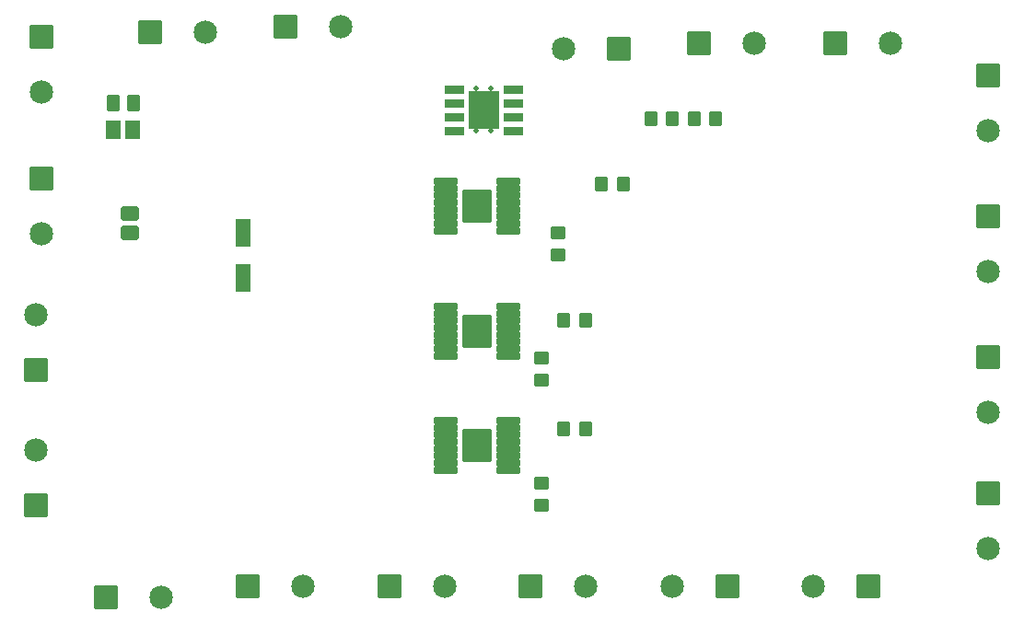
<source format=gbr>
%TF.GenerationSoftware,KiCad,Pcbnew,9.0.4*%
%TF.CreationDate,2025-09-17T01:56:31-03:00*%
%TF.ProjectId,DriversDiego,44726976-6572-4734-9469-65676f2e6b69,rev?*%
%TF.SameCoordinates,Original*%
%TF.FileFunction,Soldermask,Top*%
%TF.FilePolarity,Negative*%
%FSLAX46Y46*%
G04 Gerber Fmt 4.6, Leading zero omitted, Abs format (unit mm)*
G04 Created by KiCad (PCBNEW 9.0.4) date 2025-09-17 01:56:31*
%MOMM*%
%LPD*%
G01*
G04 APERTURE LIST*
G04 Aperture macros list*
%AMRoundRect*
0 Rectangle with rounded corners*
0 $1 Rounding radius*
0 $2 $3 $4 $5 $6 $7 $8 $9 X,Y pos of 4 corners*
0 Add a 4 corners polygon primitive as box body*
4,1,4,$2,$3,$4,$5,$6,$7,$8,$9,$2,$3,0*
0 Add four circle primitives for the rounded corners*
1,1,$1+$1,$2,$3*
1,1,$1+$1,$4,$5*
1,1,$1+$1,$6,$7*
1,1,$1+$1,$8,$9*
0 Add four rect primitives between the rounded corners*
20,1,$1+$1,$2,$3,$4,$5,0*
20,1,$1+$1,$4,$5,$6,$7,0*
20,1,$1+$1,$6,$7,$8,$9,0*
20,1,$1+$1,$8,$9,$2,$3,0*%
G04 Aperture macros list end*
%ADD10C,0.010000*%
%ADD11RoundRect,0.250000X-0.350000X-0.450000X0.350000X-0.450000X0.350000X0.450000X-0.350000X0.450000X0*%
%ADD12RoundRect,0.250000X-0.450000X0.350000X-0.450000X-0.350000X0.450000X-0.350000X0.450000X0.350000X0*%
%ADD13RoundRect,0.102000X-0.975000X0.975000X-0.975000X-0.975000X0.975000X-0.975000X0.975000X0.975000X0*%
%ADD14C,2.154000*%
%ADD15RoundRect,0.102000X-0.975000X-0.975000X0.975000X-0.975000X0.975000X0.975000X-0.975000X0.975000X0*%
%ADD16RoundRect,0.160500X-0.651500X0.481500X-0.651500X-0.481500X0.651500X-0.481500X0.651500X0.481500X0*%
%ADD17C,0.504000*%
%ADD18RoundRect,0.102000X0.975000X-0.975000X0.975000X0.975000X-0.975000X0.975000X-0.975000X-0.975000X0*%
%ADD19RoundRect,0.102000X-0.450000X-0.650000X0.450000X-0.650000X0.450000X0.650000X-0.450000X0.650000X0*%
%ADD20RoundRect,0.102000X0.977715X0.210383X-0.977715X0.210383X-0.977715X-0.210383X0.977715X-0.210383X0*%
%ADD21RoundRect,0.102000X1.230000X1.385000X-1.230000X1.385000X-1.230000X-1.385000X1.230000X-1.385000X0*%
%ADD22RoundRect,0.102000X0.975000X0.975000X-0.975000X0.975000X-0.975000X-0.975000X0.975000X-0.975000X0*%
%ADD23RoundRect,0.102000X-0.584200X1.206500X-0.584200X-1.206500X0.584200X-1.206500X0.584200X1.206500X0*%
%ADD24RoundRect,0.102000X-0.605000X-0.765000X0.605000X-0.765000X0.605000X0.765000X-0.605000X0.765000X0*%
G04 APERTURE END LIST*
D10*
%TO.C,U1*%
X148487152Y-113350000D02*
X145777152Y-113350000D01*
X145777152Y-109950000D01*
X148487152Y-109950000D01*
X148487152Y-113350000D01*
G36*
X148487152Y-113350000D02*
G01*
X145777152Y-113350000D01*
X145777152Y-109950000D01*
X148487152Y-109950000D01*
X148487152Y-113350000D01*
G37*
X145235152Y-109376000D02*
X145237152Y-109376000D01*
X145240152Y-109377000D01*
X145242152Y-109377000D01*
X145245152Y-109378000D01*
X145247152Y-109379000D01*
X145250152Y-109380000D01*
X145252152Y-109382000D01*
X145254152Y-109383000D01*
X145256152Y-109385000D01*
X145258152Y-109386000D01*
X145260152Y-109388000D01*
X145262152Y-109390000D01*
X145264152Y-109392000D01*
X145266152Y-109394000D01*
X145267152Y-109396000D01*
X145269152Y-109398000D01*
X145270152Y-109400000D01*
X145272152Y-109402000D01*
X145273152Y-109405000D01*
X145274152Y-109407000D01*
X145275152Y-109410000D01*
X145275152Y-109412000D01*
X145276152Y-109415000D01*
X145276152Y-109417000D01*
X145277152Y-109420000D01*
X145277152Y-109422000D01*
X145277152Y-109425000D01*
X145277152Y-110065000D01*
X145277152Y-110068000D01*
X145277152Y-110070000D01*
X145276152Y-110073000D01*
X145276152Y-110075000D01*
X145275152Y-110078000D01*
X145275152Y-110080000D01*
X145274152Y-110083000D01*
X145273152Y-110085000D01*
X145272152Y-110088000D01*
X145270152Y-110090000D01*
X145269152Y-110092000D01*
X145267152Y-110094000D01*
X145266152Y-110096000D01*
X145264152Y-110098000D01*
X145262152Y-110100000D01*
X145260152Y-110102000D01*
X145258152Y-110104000D01*
X145256152Y-110105000D01*
X145254152Y-110107000D01*
X145252152Y-110108000D01*
X145250152Y-110110000D01*
X145247152Y-110111000D01*
X145245152Y-110112000D01*
X145242152Y-110113000D01*
X145240152Y-110113000D01*
X145237152Y-110114000D01*
X145235152Y-110114000D01*
X145232152Y-110115000D01*
X145230152Y-110115000D01*
X145227152Y-110115000D01*
X143637152Y-110115000D01*
X143634152Y-110115000D01*
X143632152Y-110115000D01*
X143629152Y-110114000D01*
X143627152Y-110114000D01*
X143624152Y-110113000D01*
X143622152Y-110113000D01*
X143619152Y-110112000D01*
X143617152Y-110111000D01*
X143614152Y-110110000D01*
X143612152Y-110108000D01*
X143610152Y-110107000D01*
X143608152Y-110105000D01*
X143606152Y-110104000D01*
X143604152Y-110102000D01*
X143602152Y-110100000D01*
X143600152Y-110098000D01*
X143598152Y-110096000D01*
X143597152Y-110094000D01*
X143595152Y-110092000D01*
X143594152Y-110090000D01*
X143592152Y-110088000D01*
X143591152Y-110085000D01*
X143590152Y-110083000D01*
X143589152Y-110080000D01*
X143589152Y-110078000D01*
X143588152Y-110075000D01*
X143588152Y-110073000D01*
X143587152Y-110070000D01*
X143587152Y-110068000D01*
X143587152Y-110065000D01*
X143587152Y-109425000D01*
X143587152Y-109422000D01*
X143587152Y-109420000D01*
X143588152Y-109417000D01*
X143588152Y-109415000D01*
X143589152Y-109412000D01*
X143589152Y-109410000D01*
X143590152Y-109407000D01*
X143591152Y-109405000D01*
X143592152Y-109402000D01*
X143594152Y-109400000D01*
X143595152Y-109398000D01*
X143597152Y-109396000D01*
X143598152Y-109394000D01*
X143600152Y-109392000D01*
X143602152Y-109390000D01*
X143604152Y-109388000D01*
X143606152Y-109386000D01*
X143608152Y-109385000D01*
X143610152Y-109383000D01*
X143612152Y-109382000D01*
X143614152Y-109380000D01*
X143617152Y-109379000D01*
X143619152Y-109378000D01*
X143622152Y-109377000D01*
X143624152Y-109377000D01*
X143627152Y-109376000D01*
X143629152Y-109376000D01*
X143632152Y-109375000D01*
X143634152Y-109375000D01*
X143637152Y-109375000D01*
X145227152Y-109375000D01*
X145230152Y-109375000D01*
X145232152Y-109375000D01*
X145235152Y-109376000D01*
G36*
X145235152Y-109376000D02*
G01*
X145237152Y-109376000D01*
X145240152Y-109377000D01*
X145242152Y-109377000D01*
X145245152Y-109378000D01*
X145247152Y-109379000D01*
X145250152Y-109380000D01*
X145252152Y-109382000D01*
X145254152Y-109383000D01*
X145256152Y-109385000D01*
X145258152Y-109386000D01*
X145260152Y-109388000D01*
X145262152Y-109390000D01*
X145264152Y-109392000D01*
X145266152Y-109394000D01*
X145267152Y-109396000D01*
X145269152Y-109398000D01*
X145270152Y-109400000D01*
X145272152Y-109402000D01*
X145273152Y-109405000D01*
X145274152Y-109407000D01*
X145275152Y-109410000D01*
X145275152Y-109412000D01*
X145276152Y-109415000D01*
X145276152Y-109417000D01*
X145277152Y-109420000D01*
X145277152Y-109422000D01*
X145277152Y-109425000D01*
X145277152Y-110065000D01*
X145277152Y-110068000D01*
X145277152Y-110070000D01*
X145276152Y-110073000D01*
X145276152Y-110075000D01*
X145275152Y-110078000D01*
X145275152Y-110080000D01*
X145274152Y-110083000D01*
X145273152Y-110085000D01*
X145272152Y-110088000D01*
X145270152Y-110090000D01*
X145269152Y-110092000D01*
X145267152Y-110094000D01*
X145266152Y-110096000D01*
X145264152Y-110098000D01*
X145262152Y-110100000D01*
X145260152Y-110102000D01*
X145258152Y-110104000D01*
X145256152Y-110105000D01*
X145254152Y-110107000D01*
X145252152Y-110108000D01*
X145250152Y-110110000D01*
X145247152Y-110111000D01*
X145245152Y-110112000D01*
X145242152Y-110113000D01*
X145240152Y-110113000D01*
X145237152Y-110114000D01*
X145235152Y-110114000D01*
X145232152Y-110115000D01*
X145230152Y-110115000D01*
X145227152Y-110115000D01*
X143637152Y-110115000D01*
X143634152Y-110115000D01*
X143632152Y-110115000D01*
X143629152Y-110114000D01*
X143627152Y-110114000D01*
X143624152Y-110113000D01*
X143622152Y-110113000D01*
X143619152Y-110112000D01*
X143617152Y-110111000D01*
X143614152Y-110110000D01*
X143612152Y-110108000D01*
X143610152Y-110107000D01*
X143608152Y-110105000D01*
X143606152Y-110104000D01*
X143604152Y-110102000D01*
X143602152Y-110100000D01*
X143600152Y-110098000D01*
X143598152Y-110096000D01*
X143597152Y-110094000D01*
X143595152Y-110092000D01*
X143594152Y-110090000D01*
X143592152Y-110088000D01*
X143591152Y-110085000D01*
X143590152Y-110083000D01*
X143589152Y-110080000D01*
X143589152Y-110078000D01*
X143588152Y-110075000D01*
X143588152Y-110073000D01*
X143587152Y-110070000D01*
X143587152Y-110068000D01*
X143587152Y-110065000D01*
X143587152Y-109425000D01*
X143587152Y-109422000D01*
X143587152Y-109420000D01*
X143588152Y-109417000D01*
X143588152Y-109415000D01*
X143589152Y-109412000D01*
X143589152Y-109410000D01*
X143590152Y-109407000D01*
X143591152Y-109405000D01*
X143592152Y-109402000D01*
X143594152Y-109400000D01*
X143595152Y-109398000D01*
X143597152Y-109396000D01*
X143598152Y-109394000D01*
X143600152Y-109392000D01*
X143602152Y-109390000D01*
X143604152Y-109388000D01*
X143606152Y-109386000D01*
X143608152Y-109385000D01*
X143610152Y-109383000D01*
X143612152Y-109382000D01*
X143614152Y-109380000D01*
X143617152Y-109379000D01*
X143619152Y-109378000D01*
X143622152Y-109377000D01*
X143624152Y-109377000D01*
X143627152Y-109376000D01*
X143629152Y-109376000D01*
X143632152Y-109375000D01*
X143634152Y-109375000D01*
X143637152Y-109375000D01*
X145227152Y-109375000D01*
X145230152Y-109375000D01*
X145232152Y-109375000D01*
X145235152Y-109376000D01*
G37*
X145235152Y-110646000D02*
X145237152Y-110646000D01*
X145240152Y-110647000D01*
X145242152Y-110647000D01*
X145245152Y-110648000D01*
X145247152Y-110649000D01*
X145250152Y-110650000D01*
X145252152Y-110652000D01*
X145254152Y-110653000D01*
X145256152Y-110655000D01*
X145258152Y-110656000D01*
X145260152Y-110658000D01*
X145262152Y-110660000D01*
X145264152Y-110662000D01*
X145266152Y-110664000D01*
X145267152Y-110666000D01*
X145269152Y-110668000D01*
X145270152Y-110670000D01*
X145272152Y-110672000D01*
X145273152Y-110675000D01*
X145274152Y-110677000D01*
X145275152Y-110680000D01*
X145275152Y-110682000D01*
X145276152Y-110685000D01*
X145276152Y-110687000D01*
X145277152Y-110690000D01*
X145277152Y-110692000D01*
X145277152Y-110695000D01*
X145277152Y-111335000D01*
X145277152Y-111338000D01*
X145277152Y-111340000D01*
X145276152Y-111343000D01*
X145276152Y-111345000D01*
X145275152Y-111348000D01*
X145275152Y-111350000D01*
X145274152Y-111353000D01*
X145273152Y-111355000D01*
X145272152Y-111358000D01*
X145270152Y-111360000D01*
X145269152Y-111362000D01*
X145267152Y-111364000D01*
X145266152Y-111366000D01*
X145264152Y-111368000D01*
X145262152Y-111370000D01*
X145260152Y-111372000D01*
X145258152Y-111374000D01*
X145256152Y-111375000D01*
X145254152Y-111377000D01*
X145252152Y-111378000D01*
X145250152Y-111380000D01*
X145247152Y-111381000D01*
X145245152Y-111382000D01*
X145242152Y-111383000D01*
X145240152Y-111383000D01*
X145237152Y-111384000D01*
X145235152Y-111384000D01*
X145232152Y-111385000D01*
X145230152Y-111385000D01*
X145227152Y-111385000D01*
X143637152Y-111385000D01*
X143634152Y-111385000D01*
X143632152Y-111385000D01*
X143629152Y-111384000D01*
X143627152Y-111384000D01*
X143624152Y-111383000D01*
X143622152Y-111383000D01*
X143619152Y-111382000D01*
X143617152Y-111381000D01*
X143614152Y-111380000D01*
X143612152Y-111378000D01*
X143610152Y-111377000D01*
X143608152Y-111375000D01*
X143606152Y-111374000D01*
X143604152Y-111372000D01*
X143602152Y-111370000D01*
X143600152Y-111368000D01*
X143598152Y-111366000D01*
X143597152Y-111364000D01*
X143595152Y-111362000D01*
X143594152Y-111360000D01*
X143592152Y-111358000D01*
X143591152Y-111355000D01*
X143590152Y-111353000D01*
X143589152Y-111350000D01*
X143589152Y-111348000D01*
X143588152Y-111345000D01*
X143588152Y-111343000D01*
X143587152Y-111340000D01*
X143587152Y-111338000D01*
X143587152Y-111335000D01*
X143587152Y-110695000D01*
X143587152Y-110692000D01*
X143587152Y-110690000D01*
X143588152Y-110687000D01*
X143588152Y-110685000D01*
X143589152Y-110682000D01*
X143589152Y-110680000D01*
X143590152Y-110677000D01*
X143591152Y-110675000D01*
X143592152Y-110672000D01*
X143594152Y-110670000D01*
X143595152Y-110668000D01*
X143597152Y-110666000D01*
X143598152Y-110664000D01*
X143600152Y-110662000D01*
X143602152Y-110660000D01*
X143604152Y-110658000D01*
X143606152Y-110656000D01*
X143608152Y-110655000D01*
X143610152Y-110653000D01*
X143612152Y-110652000D01*
X143614152Y-110650000D01*
X143617152Y-110649000D01*
X143619152Y-110648000D01*
X143622152Y-110647000D01*
X143624152Y-110647000D01*
X143627152Y-110646000D01*
X143629152Y-110646000D01*
X143632152Y-110645000D01*
X143634152Y-110645000D01*
X143637152Y-110645000D01*
X145227152Y-110645000D01*
X145230152Y-110645000D01*
X145232152Y-110645000D01*
X145235152Y-110646000D01*
G36*
X145235152Y-110646000D02*
G01*
X145237152Y-110646000D01*
X145240152Y-110647000D01*
X145242152Y-110647000D01*
X145245152Y-110648000D01*
X145247152Y-110649000D01*
X145250152Y-110650000D01*
X145252152Y-110652000D01*
X145254152Y-110653000D01*
X145256152Y-110655000D01*
X145258152Y-110656000D01*
X145260152Y-110658000D01*
X145262152Y-110660000D01*
X145264152Y-110662000D01*
X145266152Y-110664000D01*
X145267152Y-110666000D01*
X145269152Y-110668000D01*
X145270152Y-110670000D01*
X145272152Y-110672000D01*
X145273152Y-110675000D01*
X145274152Y-110677000D01*
X145275152Y-110680000D01*
X145275152Y-110682000D01*
X145276152Y-110685000D01*
X145276152Y-110687000D01*
X145277152Y-110690000D01*
X145277152Y-110692000D01*
X145277152Y-110695000D01*
X145277152Y-111335000D01*
X145277152Y-111338000D01*
X145277152Y-111340000D01*
X145276152Y-111343000D01*
X145276152Y-111345000D01*
X145275152Y-111348000D01*
X145275152Y-111350000D01*
X145274152Y-111353000D01*
X145273152Y-111355000D01*
X145272152Y-111358000D01*
X145270152Y-111360000D01*
X145269152Y-111362000D01*
X145267152Y-111364000D01*
X145266152Y-111366000D01*
X145264152Y-111368000D01*
X145262152Y-111370000D01*
X145260152Y-111372000D01*
X145258152Y-111374000D01*
X145256152Y-111375000D01*
X145254152Y-111377000D01*
X145252152Y-111378000D01*
X145250152Y-111380000D01*
X145247152Y-111381000D01*
X145245152Y-111382000D01*
X145242152Y-111383000D01*
X145240152Y-111383000D01*
X145237152Y-111384000D01*
X145235152Y-111384000D01*
X145232152Y-111385000D01*
X145230152Y-111385000D01*
X145227152Y-111385000D01*
X143637152Y-111385000D01*
X143634152Y-111385000D01*
X143632152Y-111385000D01*
X143629152Y-111384000D01*
X143627152Y-111384000D01*
X143624152Y-111383000D01*
X143622152Y-111383000D01*
X143619152Y-111382000D01*
X143617152Y-111381000D01*
X143614152Y-111380000D01*
X143612152Y-111378000D01*
X143610152Y-111377000D01*
X143608152Y-111375000D01*
X143606152Y-111374000D01*
X143604152Y-111372000D01*
X143602152Y-111370000D01*
X143600152Y-111368000D01*
X143598152Y-111366000D01*
X143597152Y-111364000D01*
X143595152Y-111362000D01*
X143594152Y-111360000D01*
X143592152Y-111358000D01*
X143591152Y-111355000D01*
X143590152Y-111353000D01*
X143589152Y-111350000D01*
X143589152Y-111348000D01*
X143588152Y-111345000D01*
X143588152Y-111343000D01*
X143587152Y-111340000D01*
X143587152Y-111338000D01*
X143587152Y-111335000D01*
X143587152Y-110695000D01*
X143587152Y-110692000D01*
X143587152Y-110690000D01*
X143588152Y-110687000D01*
X143588152Y-110685000D01*
X143589152Y-110682000D01*
X143589152Y-110680000D01*
X143590152Y-110677000D01*
X143591152Y-110675000D01*
X143592152Y-110672000D01*
X143594152Y-110670000D01*
X143595152Y-110668000D01*
X143597152Y-110666000D01*
X143598152Y-110664000D01*
X143600152Y-110662000D01*
X143602152Y-110660000D01*
X143604152Y-110658000D01*
X143606152Y-110656000D01*
X143608152Y-110655000D01*
X143610152Y-110653000D01*
X143612152Y-110652000D01*
X143614152Y-110650000D01*
X143617152Y-110649000D01*
X143619152Y-110648000D01*
X143622152Y-110647000D01*
X143624152Y-110647000D01*
X143627152Y-110646000D01*
X143629152Y-110646000D01*
X143632152Y-110645000D01*
X143634152Y-110645000D01*
X143637152Y-110645000D01*
X145227152Y-110645000D01*
X145230152Y-110645000D01*
X145232152Y-110645000D01*
X145235152Y-110646000D01*
G37*
X145235152Y-111916000D02*
X145237152Y-111916000D01*
X145240152Y-111917000D01*
X145242152Y-111917000D01*
X145245152Y-111918000D01*
X145247152Y-111919000D01*
X145250152Y-111920000D01*
X145252152Y-111922000D01*
X145254152Y-111923000D01*
X145256152Y-111925000D01*
X145258152Y-111926000D01*
X145260152Y-111928000D01*
X145262152Y-111930000D01*
X145264152Y-111932000D01*
X145266152Y-111934000D01*
X145267152Y-111936000D01*
X145269152Y-111938000D01*
X145270152Y-111940000D01*
X145272152Y-111942000D01*
X145273152Y-111945000D01*
X145274152Y-111947000D01*
X145275152Y-111950000D01*
X145275152Y-111952000D01*
X145276152Y-111955000D01*
X145276152Y-111957000D01*
X145277152Y-111960000D01*
X145277152Y-111962000D01*
X145277152Y-111965000D01*
X145277152Y-112605000D01*
X145277152Y-112608000D01*
X145277152Y-112610000D01*
X145276152Y-112613000D01*
X145276152Y-112615000D01*
X145275152Y-112618000D01*
X145275152Y-112620000D01*
X145274152Y-112623000D01*
X145273152Y-112625000D01*
X145272152Y-112628000D01*
X145270152Y-112630000D01*
X145269152Y-112632000D01*
X145267152Y-112634000D01*
X145266152Y-112636000D01*
X145264152Y-112638000D01*
X145262152Y-112640000D01*
X145260152Y-112642000D01*
X145258152Y-112644000D01*
X145256152Y-112645000D01*
X145254152Y-112647000D01*
X145252152Y-112648000D01*
X145250152Y-112650000D01*
X145247152Y-112651000D01*
X145245152Y-112652000D01*
X145242152Y-112653000D01*
X145240152Y-112653000D01*
X145237152Y-112654000D01*
X145235152Y-112654000D01*
X145232152Y-112655000D01*
X145230152Y-112655000D01*
X145227152Y-112655000D01*
X143637152Y-112655000D01*
X143634152Y-112655000D01*
X143632152Y-112655000D01*
X143629152Y-112654000D01*
X143627152Y-112654000D01*
X143624152Y-112653000D01*
X143622152Y-112653000D01*
X143619152Y-112652000D01*
X143617152Y-112651000D01*
X143614152Y-112650000D01*
X143612152Y-112648000D01*
X143610152Y-112647000D01*
X143608152Y-112645000D01*
X143606152Y-112644000D01*
X143604152Y-112642000D01*
X143602152Y-112640000D01*
X143600152Y-112638000D01*
X143598152Y-112636000D01*
X143597152Y-112634000D01*
X143595152Y-112632000D01*
X143594152Y-112630000D01*
X143592152Y-112628000D01*
X143591152Y-112625000D01*
X143590152Y-112623000D01*
X143589152Y-112620000D01*
X143589152Y-112618000D01*
X143588152Y-112615000D01*
X143588152Y-112613000D01*
X143587152Y-112610000D01*
X143587152Y-112608000D01*
X143587152Y-112605000D01*
X143587152Y-111965000D01*
X143587152Y-111962000D01*
X143587152Y-111960000D01*
X143588152Y-111957000D01*
X143588152Y-111955000D01*
X143589152Y-111952000D01*
X143589152Y-111950000D01*
X143590152Y-111947000D01*
X143591152Y-111945000D01*
X143592152Y-111942000D01*
X143594152Y-111940000D01*
X143595152Y-111938000D01*
X143597152Y-111936000D01*
X143598152Y-111934000D01*
X143600152Y-111932000D01*
X143602152Y-111930000D01*
X143604152Y-111928000D01*
X143606152Y-111926000D01*
X143608152Y-111925000D01*
X143610152Y-111923000D01*
X143612152Y-111922000D01*
X143614152Y-111920000D01*
X143617152Y-111919000D01*
X143619152Y-111918000D01*
X143622152Y-111917000D01*
X143624152Y-111917000D01*
X143627152Y-111916000D01*
X143629152Y-111916000D01*
X143632152Y-111915000D01*
X143634152Y-111915000D01*
X143637152Y-111915000D01*
X145227152Y-111915000D01*
X145230152Y-111915000D01*
X145232152Y-111915000D01*
X145235152Y-111916000D01*
G36*
X145235152Y-111916000D02*
G01*
X145237152Y-111916000D01*
X145240152Y-111917000D01*
X145242152Y-111917000D01*
X145245152Y-111918000D01*
X145247152Y-111919000D01*
X145250152Y-111920000D01*
X145252152Y-111922000D01*
X145254152Y-111923000D01*
X145256152Y-111925000D01*
X145258152Y-111926000D01*
X145260152Y-111928000D01*
X145262152Y-111930000D01*
X145264152Y-111932000D01*
X145266152Y-111934000D01*
X145267152Y-111936000D01*
X145269152Y-111938000D01*
X145270152Y-111940000D01*
X145272152Y-111942000D01*
X145273152Y-111945000D01*
X145274152Y-111947000D01*
X145275152Y-111950000D01*
X145275152Y-111952000D01*
X145276152Y-111955000D01*
X145276152Y-111957000D01*
X145277152Y-111960000D01*
X145277152Y-111962000D01*
X145277152Y-111965000D01*
X145277152Y-112605000D01*
X145277152Y-112608000D01*
X145277152Y-112610000D01*
X145276152Y-112613000D01*
X145276152Y-112615000D01*
X145275152Y-112618000D01*
X145275152Y-112620000D01*
X145274152Y-112623000D01*
X145273152Y-112625000D01*
X145272152Y-112628000D01*
X145270152Y-112630000D01*
X145269152Y-112632000D01*
X145267152Y-112634000D01*
X145266152Y-112636000D01*
X145264152Y-112638000D01*
X145262152Y-112640000D01*
X145260152Y-112642000D01*
X145258152Y-112644000D01*
X145256152Y-112645000D01*
X145254152Y-112647000D01*
X145252152Y-112648000D01*
X145250152Y-112650000D01*
X145247152Y-112651000D01*
X145245152Y-112652000D01*
X145242152Y-112653000D01*
X145240152Y-112653000D01*
X145237152Y-112654000D01*
X145235152Y-112654000D01*
X145232152Y-112655000D01*
X145230152Y-112655000D01*
X145227152Y-112655000D01*
X143637152Y-112655000D01*
X143634152Y-112655000D01*
X143632152Y-112655000D01*
X143629152Y-112654000D01*
X143627152Y-112654000D01*
X143624152Y-112653000D01*
X143622152Y-112653000D01*
X143619152Y-112652000D01*
X143617152Y-112651000D01*
X143614152Y-112650000D01*
X143612152Y-112648000D01*
X143610152Y-112647000D01*
X143608152Y-112645000D01*
X143606152Y-112644000D01*
X143604152Y-112642000D01*
X143602152Y-112640000D01*
X143600152Y-112638000D01*
X143598152Y-112636000D01*
X143597152Y-112634000D01*
X143595152Y-112632000D01*
X143594152Y-112630000D01*
X143592152Y-112628000D01*
X143591152Y-112625000D01*
X143590152Y-112623000D01*
X143589152Y-112620000D01*
X143589152Y-112618000D01*
X143588152Y-112615000D01*
X143588152Y-112613000D01*
X143587152Y-112610000D01*
X143587152Y-112608000D01*
X143587152Y-112605000D01*
X143587152Y-111965000D01*
X143587152Y-111962000D01*
X143587152Y-111960000D01*
X143588152Y-111957000D01*
X143588152Y-111955000D01*
X143589152Y-111952000D01*
X143589152Y-111950000D01*
X143590152Y-111947000D01*
X143591152Y-111945000D01*
X143592152Y-111942000D01*
X143594152Y-111940000D01*
X143595152Y-111938000D01*
X143597152Y-111936000D01*
X143598152Y-111934000D01*
X143600152Y-111932000D01*
X143602152Y-111930000D01*
X143604152Y-111928000D01*
X143606152Y-111926000D01*
X143608152Y-111925000D01*
X143610152Y-111923000D01*
X143612152Y-111922000D01*
X143614152Y-111920000D01*
X143617152Y-111919000D01*
X143619152Y-111918000D01*
X143622152Y-111917000D01*
X143624152Y-111917000D01*
X143627152Y-111916000D01*
X143629152Y-111916000D01*
X143632152Y-111915000D01*
X143634152Y-111915000D01*
X143637152Y-111915000D01*
X145227152Y-111915000D01*
X145230152Y-111915000D01*
X145232152Y-111915000D01*
X145235152Y-111916000D01*
G37*
X145235152Y-113186000D02*
X145237152Y-113186000D01*
X145240152Y-113187000D01*
X145242152Y-113187000D01*
X145245152Y-113188000D01*
X145247152Y-113189000D01*
X145250152Y-113190000D01*
X145252152Y-113192000D01*
X145254152Y-113193000D01*
X145256152Y-113195000D01*
X145258152Y-113196000D01*
X145260152Y-113198000D01*
X145262152Y-113200000D01*
X145264152Y-113202000D01*
X145266152Y-113204000D01*
X145267152Y-113206000D01*
X145269152Y-113208000D01*
X145270152Y-113210000D01*
X145272152Y-113212000D01*
X145273152Y-113215000D01*
X145274152Y-113217000D01*
X145275152Y-113220000D01*
X145275152Y-113222000D01*
X145276152Y-113225000D01*
X145276152Y-113227000D01*
X145277152Y-113230000D01*
X145277152Y-113232000D01*
X145277152Y-113235000D01*
X145277152Y-113875000D01*
X145277152Y-113878000D01*
X145277152Y-113880000D01*
X145276152Y-113883000D01*
X145276152Y-113885000D01*
X145275152Y-113888000D01*
X145275152Y-113890000D01*
X145274152Y-113893000D01*
X145273152Y-113895000D01*
X145272152Y-113898000D01*
X145270152Y-113900000D01*
X145269152Y-113902000D01*
X145267152Y-113904000D01*
X145266152Y-113906000D01*
X145264152Y-113908000D01*
X145262152Y-113910000D01*
X145260152Y-113912000D01*
X145258152Y-113914000D01*
X145256152Y-113915000D01*
X145254152Y-113917000D01*
X145252152Y-113918000D01*
X145250152Y-113920000D01*
X145247152Y-113921000D01*
X145245152Y-113922000D01*
X145242152Y-113923000D01*
X145240152Y-113923000D01*
X145237152Y-113924000D01*
X145235152Y-113924000D01*
X145232152Y-113925000D01*
X145230152Y-113925000D01*
X145227152Y-113925000D01*
X143637152Y-113925000D01*
X143634152Y-113925000D01*
X143632152Y-113925000D01*
X143629152Y-113924000D01*
X143627152Y-113924000D01*
X143624152Y-113923000D01*
X143622152Y-113923000D01*
X143619152Y-113922000D01*
X143617152Y-113921000D01*
X143614152Y-113920000D01*
X143612152Y-113918000D01*
X143610152Y-113917000D01*
X143608152Y-113915000D01*
X143606152Y-113914000D01*
X143604152Y-113912000D01*
X143602152Y-113910000D01*
X143600152Y-113908000D01*
X143598152Y-113906000D01*
X143597152Y-113904000D01*
X143595152Y-113902000D01*
X143594152Y-113900000D01*
X143592152Y-113898000D01*
X143591152Y-113895000D01*
X143590152Y-113893000D01*
X143589152Y-113890000D01*
X143589152Y-113888000D01*
X143588152Y-113885000D01*
X143588152Y-113883000D01*
X143587152Y-113880000D01*
X143587152Y-113878000D01*
X143587152Y-113875000D01*
X143587152Y-113235000D01*
X143587152Y-113232000D01*
X143587152Y-113230000D01*
X143588152Y-113227000D01*
X143588152Y-113225000D01*
X143589152Y-113222000D01*
X143589152Y-113220000D01*
X143590152Y-113217000D01*
X143591152Y-113215000D01*
X143592152Y-113212000D01*
X143594152Y-113210000D01*
X143595152Y-113208000D01*
X143597152Y-113206000D01*
X143598152Y-113204000D01*
X143600152Y-113202000D01*
X143602152Y-113200000D01*
X143604152Y-113198000D01*
X143606152Y-113196000D01*
X143608152Y-113195000D01*
X143610152Y-113193000D01*
X143612152Y-113192000D01*
X143614152Y-113190000D01*
X143617152Y-113189000D01*
X143619152Y-113188000D01*
X143622152Y-113187000D01*
X143624152Y-113187000D01*
X143627152Y-113186000D01*
X143629152Y-113186000D01*
X143632152Y-113185000D01*
X143634152Y-113185000D01*
X143637152Y-113185000D01*
X145227152Y-113185000D01*
X145230152Y-113185000D01*
X145232152Y-113185000D01*
X145235152Y-113186000D01*
G36*
X145235152Y-113186000D02*
G01*
X145237152Y-113186000D01*
X145240152Y-113187000D01*
X145242152Y-113187000D01*
X145245152Y-113188000D01*
X145247152Y-113189000D01*
X145250152Y-113190000D01*
X145252152Y-113192000D01*
X145254152Y-113193000D01*
X145256152Y-113195000D01*
X145258152Y-113196000D01*
X145260152Y-113198000D01*
X145262152Y-113200000D01*
X145264152Y-113202000D01*
X145266152Y-113204000D01*
X145267152Y-113206000D01*
X145269152Y-113208000D01*
X145270152Y-113210000D01*
X145272152Y-113212000D01*
X145273152Y-113215000D01*
X145274152Y-113217000D01*
X145275152Y-113220000D01*
X145275152Y-113222000D01*
X145276152Y-113225000D01*
X145276152Y-113227000D01*
X145277152Y-113230000D01*
X145277152Y-113232000D01*
X145277152Y-113235000D01*
X145277152Y-113875000D01*
X145277152Y-113878000D01*
X145277152Y-113880000D01*
X145276152Y-113883000D01*
X145276152Y-113885000D01*
X145275152Y-113888000D01*
X145275152Y-113890000D01*
X145274152Y-113893000D01*
X145273152Y-113895000D01*
X145272152Y-113898000D01*
X145270152Y-113900000D01*
X145269152Y-113902000D01*
X145267152Y-113904000D01*
X145266152Y-113906000D01*
X145264152Y-113908000D01*
X145262152Y-113910000D01*
X145260152Y-113912000D01*
X145258152Y-113914000D01*
X145256152Y-113915000D01*
X145254152Y-113917000D01*
X145252152Y-113918000D01*
X145250152Y-113920000D01*
X145247152Y-113921000D01*
X145245152Y-113922000D01*
X145242152Y-113923000D01*
X145240152Y-113923000D01*
X145237152Y-113924000D01*
X145235152Y-113924000D01*
X145232152Y-113925000D01*
X145230152Y-113925000D01*
X145227152Y-113925000D01*
X143637152Y-113925000D01*
X143634152Y-113925000D01*
X143632152Y-113925000D01*
X143629152Y-113924000D01*
X143627152Y-113924000D01*
X143624152Y-113923000D01*
X143622152Y-113923000D01*
X143619152Y-113922000D01*
X143617152Y-113921000D01*
X143614152Y-113920000D01*
X143612152Y-113918000D01*
X143610152Y-113917000D01*
X143608152Y-113915000D01*
X143606152Y-113914000D01*
X143604152Y-113912000D01*
X143602152Y-113910000D01*
X143600152Y-113908000D01*
X143598152Y-113906000D01*
X143597152Y-113904000D01*
X143595152Y-113902000D01*
X143594152Y-113900000D01*
X143592152Y-113898000D01*
X143591152Y-113895000D01*
X143590152Y-113893000D01*
X143589152Y-113890000D01*
X143589152Y-113888000D01*
X143588152Y-113885000D01*
X143588152Y-113883000D01*
X143587152Y-113880000D01*
X143587152Y-113878000D01*
X143587152Y-113875000D01*
X143587152Y-113235000D01*
X143587152Y-113232000D01*
X143587152Y-113230000D01*
X143588152Y-113227000D01*
X143588152Y-113225000D01*
X143589152Y-113222000D01*
X143589152Y-113220000D01*
X143590152Y-113217000D01*
X143591152Y-113215000D01*
X143592152Y-113212000D01*
X143594152Y-113210000D01*
X143595152Y-113208000D01*
X143597152Y-113206000D01*
X143598152Y-113204000D01*
X143600152Y-113202000D01*
X143602152Y-113200000D01*
X143604152Y-113198000D01*
X143606152Y-113196000D01*
X143608152Y-113195000D01*
X143610152Y-113193000D01*
X143612152Y-113192000D01*
X143614152Y-113190000D01*
X143617152Y-113189000D01*
X143619152Y-113188000D01*
X143622152Y-113187000D01*
X143624152Y-113187000D01*
X143627152Y-113186000D01*
X143629152Y-113186000D01*
X143632152Y-113185000D01*
X143634152Y-113185000D01*
X143637152Y-113185000D01*
X145227152Y-113185000D01*
X145230152Y-113185000D01*
X145232152Y-113185000D01*
X145235152Y-113186000D01*
G37*
X150635152Y-109376000D02*
X150637152Y-109376000D01*
X150640152Y-109377000D01*
X150642152Y-109377000D01*
X150645152Y-109378000D01*
X150647152Y-109379000D01*
X150650152Y-109380000D01*
X150652152Y-109382000D01*
X150654152Y-109383000D01*
X150656152Y-109385000D01*
X150658152Y-109386000D01*
X150660152Y-109388000D01*
X150662152Y-109390000D01*
X150664152Y-109392000D01*
X150666152Y-109394000D01*
X150667152Y-109396000D01*
X150669152Y-109398000D01*
X150670152Y-109400000D01*
X150672152Y-109402000D01*
X150673152Y-109405000D01*
X150674152Y-109407000D01*
X150675152Y-109410000D01*
X150675152Y-109412000D01*
X150676152Y-109415000D01*
X150676152Y-109417000D01*
X150677152Y-109420000D01*
X150677152Y-109422000D01*
X150677152Y-109425000D01*
X150677152Y-110065000D01*
X150677152Y-110068000D01*
X150677152Y-110070000D01*
X150676152Y-110073000D01*
X150676152Y-110075000D01*
X150675152Y-110078000D01*
X150675152Y-110080000D01*
X150674152Y-110083000D01*
X150673152Y-110085000D01*
X150672152Y-110088000D01*
X150670152Y-110090000D01*
X150669152Y-110092000D01*
X150667152Y-110094000D01*
X150666152Y-110096000D01*
X150664152Y-110098000D01*
X150662152Y-110100000D01*
X150660152Y-110102000D01*
X150658152Y-110104000D01*
X150656152Y-110105000D01*
X150654152Y-110107000D01*
X150652152Y-110108000D01*
X150650152Y-110110000D01*
X150647152Y-110111000D01*
X150645152Y-110112000D01*
X150642152Y-110113000D01*
X150640152Y-110113000D01*
X150637152Y-110114000D01*
X150635152Y-110114000D01*
X150632152Y-110115000D01*
X150630152Y-110115000D01*
X150627152Y-110115000D01*
X149037152Y-110115000D01*
X149034152Y-110115000D01*
X149032152Y-110115000D01*
X149029152Y-110114000D01*
X149027152Y-110114000D01*
X149024152Y-110113000D01*
X149022152Y-110113000D01*
X149019152Y-110112000D01*
X149017152Y-110111000D01*
X149014152Y-110110000D01*
X149012152Y-110108000D01*
X149010152Y-110107000D01*
X149008152Y-110105000D01*
X149006152Y-110104000D01*
X149004152Y-110102000D01*
X149002152Y-110100000D01*
X149000152Y-110098000D01*
X148998152Y-110096000D01*
X148997152Y-110094000D01*
X148995152Y-110092000D01*
X148994152Y-110090000D01*
X148992152Y-110088000D01*
X148991152Y-110085000D01*
X148990152Y-110083000D01*
X148989152Y-110080000D01*
X148989152Y-110078000D01*
X148988152Y-110075000D01*
X148988152Y-110073000D01*
X148987152Y-110070000D01*
X148987152Y-110068000D01*
X148987152Y-110065000D01*
X148987152Y-109425000D01*
X148987152Y-109422000D01*
X148987152Y-109420000D01*
X148988152Y-109417000D01*
X148988152Y-109415000D01*
X148989152Y-109412000D01*
X148989152Y-109410000D01*
X148990152Y-109407000D01*
X148991152Y-109405000D01*
X148992152Y-109402000D01*
X148994152Y-109400000D01*
X148995152Y-109398000D01*
X148997152Y-109396000D01*
X148998152Y-109394000D01*
X149000152Y-109392000D01*
X149002152Y-109390000D01*
X149004152Y-109388000D01*
X149006152Y-109386000D01*
X149008152Y-109385000D01*
X149010152Y-109383000D01*
X149012152Y-109382000D01*
X149014152Y-109380000D01*
X149017152Y-109379000D01*
X149019152Y-109378000D01*
X149022152Y-109377000D01*
X149024152Y-109377000D01*
X149027152Y-109376000D01*
X149029152Y-109376000D01*
X149032152Y-109375000D01*
X149034152Y-109375000D01*
X149037152Y-109375000D01*
X150627152Y-109375000D01*
X150630152Y-109375000D01*
X150632152Y-109375000D01*
X150635152Y-109376000D01*
G36*
X150635152Y-109376000D02*
G01*
X150637152Y-109376000D01*
X150640152Y-109377000D01*
X150642152Y-109377000D01*
X150645152Y-109378000D01*
X150647152Y-109379000D01*
X150650152Y-109380000D01*
X150652152Y-109382000D01*
X150654152Y-109383000D01*
X150656152Y-109385000D01*
X150658152Y-109386000D01*
X150660152Y-109388000D01*
X150662152Y-109390000D01*
X150664152Y-109392000D01*
X150666152Y-109394000D01*
X150667152Y-109396000D01*
X150669152Y-109398000D01*
X150670152Y-109400000D01*
X150672152Y-109402000D01*
X150673152Y-109405000D01*
X150674152Y-109407000D01*
X150675152Y-109410000D01*
X150675152Y-109412000D01*
X150676152Y-109415000D01*
X150676152Y-109417000D01*
X150677152Y-109420000D01*
X150677152Y-109422000D01*
X150677152Y-109425000D01*
X150677152Y-110065000D01*
X150677152Y-110068000D01*
X150677152Y-110070000D01*
X150676152Y-110073000D01*
X150676152Y-110075000D01*
X150675152Y-110078000D01*
X150675152Y-110080000D01*
X150674152Y-110083000D01*
X150673152Y-110085000D01*
X150672152Y-110088000D01*
X150670152Y-110090000D01*
X150669152Y-110092000D01*
X150667152Y-110094000D01*
X150666152Y-110096000D01*
X150664152Y-110098000D01*
X150662152Y-110100000D01*
X150660152Y-110102000D01*
X150658152Y-110104000D01*
X150656152Y-110105000D01*
X150654152Y-110107000D01*
X150652152Y-110108000D01*
X150650152Y-110110000D01*
X150647152Y-110111000D01*
X150645152Y-110112000D01*
X150642152Y-110113000D01*
X150640152Y-110113000D01*
X150637152Y-110114000D01*
X150635152Y-110114000D01*
X150632152Y-110115000D01*
X150630152Y-110115000D01*
X150627152Y-110115000D01*
X149037152Y-110115000D01*
X149034152Y-110115000D01*
X149032152Y-110115000D01*
X149029152Y-110114000D01*
X149027152Y-110114000D01*
X149024152Y-110113000D01*
X149022152Y-110113000D01*
X149019152Y-110112000D01*
X149017152Y-110111000D01*
X149014152Y-110110000D01*
X149012152Y-110108000D01*
X149010152Y-110107000D01*
X149008152Y-110105000D01*
X149006152Y-110104000D01*
X149004152Y-110102000D01*
X149002152Y-110100000D01*
X149000152Y-110098000D01*
X148998152Y-110096000D01*
X148997152Y-110094000D01*
X148995152Y-110092000D01*
X148994152Y-110090000D01*
X148992152Y-110088000D01*
X148991152Y-110085000D01*
X148990152Y-110083000D01*
X148989152Y-110080000D01*
X148989152Y-110078000D01*
X148988152Y-110075000D01*
X148988152Y-110073000D01*
X148987152Y-110070000D01*
X148987152Y-110068000D01*
X148987152Y-110065000D01*
X148987152Y-109425000D01*
X148987152Y-109422000D01*
X148987152Y-109420000D01*
X148988152Y-109417000D01*
X148988152Y-109415000D01*
X148989152Y-109412000D01*
X148989152Y-109410000D01*
X148990152Y-109407000D01*
X148991152Y-109405000D01*
X148992152Y-109402000D01*
X148994152Y-109400000D01*
X148995152Y-109398000D01*
X148997152Y-109396000D01*
X148998152Y-109394000D01*
X149000152Y-109392000D01*
X149002152Y-109390000D01*
X149004152Y-109388000D01*
X149006152Y-109386000D01*
X149008152Y-109385000D01*
X149010152Y-109383000D01*
X149012152Y-109382000D01*
X149014152Y-109380000D01*
X149017152Y-109379000D01*
X149019152Y-109378000D01*
X149022152Y-109377000D01*
X149024152Y-109377000D01*
X149027152Y-109376000D01*
X149029152Y-109376000D01*
X149032152Y-109375000D01*
X149034152Y-109375000D01*
X149037152Y-109375000D01*
X150627152Y-109375000D01*
X150630152Y-109375000D01*
X150632152Y-109375000D01*
X150635152Y-109376000D01*
G37*
X150635152Y-110646000D02*
X150637152Y-110646000D01*
X150640152Y-110647000D01*
X150642152Y-110647000D01*
X150645152Y-110648000D01*
X150647152Y-110649000D01*
X150650152Y-110650000D01*
X150652152Y-110652000D01*
X150654152Y-110653000D01*
X150656152Y-110655000D01*
X150658152Y-110656000D01*
X150660152Y-110658000D01*
X150662152Y-110660000D01*
X150664152Y-110662000D01*
X150666152Y-110664000D01*
X150667152Y-110666000D01*
X150669152Y-110668000D01*
X150670152Y-110670000D01*
X150672152Y-110672000D01*
X150673152Y-110675000D01*
X150674152Y-110677000D01*
X150675152Y-110680000D01*
X150675152Y-110682000D01*
X150676152Y-110685000D01*
X150676152Y-110687000D01*
X150677152Y-110690000D01*
X150677152Y-110692000D01*
X150677152Y-110695000D01*
X150677152Y-111335000D01*
X150677152Y-111338000D01*
X150677152Y-111340000D01*
X150676152Y-111343000D01*
X150676152Y-111345000D01*
X150675152Y-111348000D01*
X150675152Y-111350000D01*
X150674152Y-111353000D01*
X150673152Y-111355000D01*
X150672152Y-111358000D01*
X150670152Y-111360000D01*
X150669152Y-111362000D01*
X150667152Y-111364000D01*
X150666152Y-111366000D01*
X150664152Y-111368000D01*
X150662152Y-111370000D01*
X150660152Y-111372000D01*
X150658152Y-111374000D01*
X150656152Y-111375000D01*
X150654152Y-111377000D01*
X150652152Y-111378000D01*
X150650152Y-111380000D01*
X150647152Y-111381000D01*
X150645152Y-111382000D01*
X150642152Y-111383000D01*
X150640152Y-111383000D01*
X150637152Y-111384000D01*
X150635152Y-111384000D01*
X150632152Y-111385000D01*
X150630152Y-111385000D01*
X150627152Y-111385000D01*
X149037152Y-111385000D01*
X149034152Y-111385000D01*
X149032152Y-111385000D01*
X149029152Y-111384000D01*
X149027152Y-111384000D01*
X149024152Y-111383000D01*
X149022152Y-111383000D01*
X149019152Y-111382000D01*
X149017152Y-111381000D01*
X149014152Y-111380000D01*
X149012152Y-111378000D01*
X149010152Y-111377000D01*
X149008152Y-111375000D01*
X149006152Y-111374000D01*
X149004152Y-111372000D01*
X149002152Y-111370000D01*
X149000152Y-111368000D01*
X148998152Y-111366000D01*
X148997152Y-111364000D01*
X148995152Y-111362000D01*
X148994152Y-111360000D01*
X148992152Y-111358000D01*
X148991152Y-111355000D01*
X148990152Y-111353000D01*
X148989152Y-111350000D01*
X148989152Y-111348000D01*
X148988152Y-111345000D01*
X148988152Y-111343000D01*
X148987152Y-111340000D01*
X148987152Y-111338000D01*
X148987152Y-111335000D01*
X148987152Y-110695000D01*
X148987152Y-110692000D01*
X148987152Y-110690000D01*
X148988152Y-110687000D01*
X148988152Y-110685000D01*
X148989152Y-110682000D01*
X148989152Y-110680000D01*
X148990152Y-110677000D01*
X148991152Y-110675000D01*
X148992152Y-110672000D01*
X148994152Y-110670000D01*
X148995152Y-110668000D01*
X148997152Y-110666000D01*
X148998152Y-110664000D01*
X149000152Y-110662000D01*
X149002152Y-110660000D01*
X149004152Y-110658000D01*
X149006152Y-110656000D01*
X149008152Y-110655000D01*
X149010152Y-110653000D01*
X149012152Y-110652000D01*
X149014152Y-110650000D01*
X149017152Y-110649000D01*
X149019152Y-110648000D01*
X149022152Y-110647000D01*
X149024152Y-110647000D01*
X149027152Y-110646000D01*
X149029152Y-110646000D01*
X149032152Y-110645000D01*
X149034152Y-110645000D01*
X149037152Y-110645000D01*
X150627152Y-110645000D01*
X150630152Y-110645000D01*
X150632152Y-110645000D01*
X150635152Y-110646000D01*
G36*
X150635152Y-110646000D02*
G01*
X150637152Y-110646000D01*
X150640152Y-110647000D01*
X150642152Y-110647000D01*
X150645152Y-110648000D01*
X150647152Y-110649000D01*
X150650152Y-110650000D01*
X150652152Y-110652000D01*
X150654152Y-110653000D01*
X150656152Y-110655000D01*
X150658152Y-110656000D01*
X150660152Y-110658000D01*
X150662152Y-110660000D01*
X150664152Y-110662000D01*
X150666152Y-110664000D01*
X150667152Y-110666000D01*
X150669152Y-110668000D01*
X150670152Y-110670000D01*
X150672152Y-110672000D01*
X150673152Y-110675000D01*
X150674152Y-110677000D01*
X150675152Y-110680000D01*
X150675152Y-110682000D01*
X150676152Y-110685000D01*
X150676152Y-110687000D01*
X150677152Y-110690000D01*
X150677152Y-110692000D01*
X150677152Y-110695000D01*
X150677152Y-111335000D01*
X150677152Y-111338000D01*
X150677152Y-111340000D01*
X150676152Y-111343000D01*
X150676152Y-111345000D01*
X150675152Y-111348000D01*
X150675152Y-111350000D01*
X150674152Y-111353000D01*
X150673152Y-111355000D01*
X150672152Y-111358000D01*
X150670152Y-111360000D01*
X150669152Y-111362000D01*
X150667152Y-111364000D01*
X150666152Y-111366000D01*
X150664152Y-111368000D01*
X150662152Y-111370000D01*
X150660152Y-111372000D01*
X150658152Y-111374000D01*
X150656152Y-111375000D01*
X150654152Y-111377000D01*
X150652152Y-111378000D01*
X150650152Y-111380000D01*
X150647152Y-111381000D01*
X150645152Y-111382000D01*
X150642152Y-111383000D01*
X150640152Y-111383000D01*
X150637152Y-111384000D01*
X150635152Y-111384000D01*
X150632152Y-111385000D01*
X150630152Y-111385000D01*
X150627152Y-111385000D01*
X149037152Y-111385000D01*
X149034152Y-111385000D01*
X149032152Y-111385000D01*
X149029152Y-111384000D01*
X149027152Y-111384000D01*
X149024152Y-111383000D01*
X149022152Y-111383000D01*
X149019152Y-111382000D01*
X149017152Y-111381000D01*
X149014152Y-111380000D01*
X149012152Y-111378000D01*
X149010152Y-111377000D01*
X149008152Y-111375000D01*
X149006152Y-111374000D01*
X149004152Y-111372000D01*
X149002152Y-111370000D01*
X149000152Y-111368000D01*
X148998152Y-111366000D01*
X148997152Y-111364000D01*
X148995152Y-111362000D01*
X148994152Y-111360000D01*
X148992152Y-111358000D01*
X148991152Y-111355000D01*
X148990152Y-111353000D01*
X148989152Y-111350000D01*
X148989152Y-111348000D01*
X148988152Y-111345000D01*
X148988152Y-111343000D01*
X148987152Y-111340000D01*
X148987152Y-111338000D01*
X148987152Y-111335000D01*
X148987152Y-110695000D01*
X148987152Y-110692000D01*
X148987152Y-110690000D01*
X148988152Y-110687000D01*
X148988152Y-110685000D01*
X148989152Y-110682000D01*
X148989152Y-110680000D01*
X148990152Y-110677000D01*
X148991152Y-110675000D01*
X148992152Y-110672000D01*
X148994152Y-110670000D01*
X148995152Y-110668000D01*
X148997152Y-110666000D01*
X148998152Y-110664000D01*
X149000152Y-110662000D01*
X149002152Y-110660000D01*
X149004152Y-110658000D01*
X149006152Y-110656000D01*
X149008152Y-110655000D01*
X149010152Y-110653000D01*
X149012152Y-110652000D01*
X149014152Y-110650000D01*
X149017152Y-110649000D01*
X149019152Y-110648000D01*
X149022152Y-110647000D01*
X149024152Y-110647000D01*
X149027152Y-110646000D01*
X149029152Y-110646000D01*
X149032152Y-110645000D01*
X149034152Y-110645000D01*
X149037152Y-110645000D01*
X150627152Y-110645000D01*
X150630152Y-110645000D01*
X150632152Y-110645000D01*
X150635152Y-110646000D01*
G37*
X150635152Y-111916000D02*
X150637152Y-111916000D01*
X150640152Y-111917000D01*
X150642152Y-111917000D01*
X150645152Y-111918000D01*
X150647152Y-111919000D01*
X150650152Y-111920000D01*
X150652152Y-111922000D01*
X150654152Y-111923000D01*
X150656152Y-111925000D01*
X150658152Y-111926000D01*
X150660152Y-111928000D01*
X150662152Y-111930000D01*
X150664152Y-111932000D01*
X150666152Y-111934000D01*
X150667152Y-111936000D01*
X150669152Y-111938000D01*
X150670152Y-111940000D01*
X150672152Y-111942000D01*
X150673152Y-111945000D01*
X150674152Y-111947000D01*
X150675152Y-111950000D01*
X150675152Y-111952000D01*
X150676152Y-111955000D01*
X150676152Y-111957000D01*
X150677152Y-111960000D01*
X150677152Y-111962000D01*
X150677152Y-111965000D01*
X150677152Y-112605000D01*
X150677152Y-112608000D01*
X150677152Y-112610000D01*
X150676152Y-112613000D01*
X150676152Y-112615000D01*
X150675152Y-112618000D01*
X150675152Y-112620000D01*
X150674152Y-112623000D01*
X150673152Y-112625000D01*
X150672152Y-112628000D01*
X150670152Y-112630000D01*
X150669152Y-112632000D01*
X150667152Y-112634000D01*
X150666152Y-112636000D01*
X150664152Y-112638000D01*
X150662152Y-112640000D01*
X150660152Y-112642000D01*
X150658152Y-112644000D01*
X150656152Y-112645000D01*
X150654152Y-112647000D01*
X150652152Y-112648000D01*
X150650152Y-112650000D01*
X150647152Y-112651000D01*
X150645152Y-112652000D01*
X150642152Y-112653000D01*
X150640152Y-112653000D01*
X150637152Y-112654000D01*
X150635152Y-112654000D01*
X150632152Y-112655000D01*
X150630152Y-112655000D01*
X150627152Y-112655000D01*
X149037152Y-112655000D01*
X149034152Y-112655000D01*
X149032152Y-112655000D01*
X149029152Y-112654000D01*
X149027152Y-112654000D01*
X149024152Y-112653000D01*
X149022152Y-112653000D01*
X149019152Y-112652000D01*
X149017152Y-112651000D01*
X149014152Y-112650000D01*
X149012152Y-112648000D01*
X149010152Y-112647000D01*
X149008152Y-112645000D01*
X149006152Y-112644000D01*
X149004152Y-112642000D01*
X149002152Y-112640000D01*
X149000152Y-112638000D01*
X148998152Y-112636000D01*
X148997152Y-112634000D01*
X148995152Y-112632000D01*
X148994152Y-112630000D01*
X148992152Y-112628000D01*
X148991152Y-112625000D01*
X148990152Y-112623000D01*
X148989152Y-112620000D01*
X148989152Y-112618000D01*
X148988152Y-112615000D01*
X148988152Y-112613000D01*
X148987152Y-112610000D01*
X148987152Y-112608000D01*
X148987152Y-112605000D01*
X148987152Y-111965000D01*
X148987152Y-111962000D01*
X148987152Y-111960000D01*
X148988152Y-111957000D01*
X148988152Y-111955000D01*
X148989152Y-111952000D01*
X148989152Y-111950000D01*
X148990152Y-111947000D01*
X148991152Y-111945000D01*
X148992152Y-111942000D01*
X148994152Y-111940000D01*
X148995152Y-111938000D01*
X148997152Y-111936000D01*
X148998152Y-111934000D01*
X149000152Y-111932000D01*
X149002152Y-111930000D01*
X149004152Y-111928000D01*
X149006152Y-111926000D01*
X149008152Y-111925000D01*
X149010152Y-111923000D01*
X149012152Y-111922000D01*
X149014152Y-111920000D01*
X149017152Y-111919000D01*
X149019152Y-111918000D01*
X149022152Y-111917000D01*
X149024152Y-111917000D01*
X149027152Y-111916000D01*
X149029152Y-111916000D01*
X149032152Y-111915000D01*
X149034152Y-111915000D01*
X149037152Y-111915000D01*
X150627152Y-111915000D01*
X150630152Y-111915000D01*
X150632152Y-111915000D01*
X150635152Y-111916000D01*
G36*
X150635152Y-111916000D02*
G01*
X150637152Y-111916000D01*
X150640152Y-111917000D01*
X150642152Y-111917000D01*
X150645152Y-111918000D01*
X150647152Y-111919000D01*
X150650152Y-111920000D01*
X150652152Y-111922000D01*
X150654152Y-111923000D01*
X150656152Y-111925000D01*
X150658152Y-111926000D01*
X150660152Y-111928000D01*
X150662152Y-111930000D01*
X150664152Y-111932000D01*
X150666152Y-111934000D01*
X150667152Y-111936000D01*
X150669152Y-111938000D01*
X150670152Y-111940000D01*
X150672152Y-111942000D01*
X150673152Y-111945000D01*
X150674152Y-111947000D01*
X150675152Y-111950000D01*
X150675152Y-111952000D01*
X150676152Y-111955000D01*
X150676152Y-111957000D01*
X150677152Y-111960000D01*
X150677152Y-111962000D01*
X150677152Y-111965000D01*
X150677152Y-112605000D01*
X150677152Y-112608000D01*
X150677152Y-112610000D01*
X150676152Y-112613000D01*
X150676152Y-112615000D01*
X150675152Y-112618000D01*
X150675152Y-112620000D01*
X150674152Y-112623000D01*
X150673152Y-112625000D01*
X150672152Y-112628000D01*
X150670152Y-112630000D01*
X150669152Y-112632000D01*
X150667152Y-112634000D01*
X150666152Y-112636000D01*
X150664152Y-112638000D01*
X150662152Y-112640000D01*
X150660152Y-112642000D01*
X150658152Y-112644000D01*
X150656152Y-112645000D01*
X150654152Y-112647000D01*
X150652152Y-112648000D01*
X150650152Y-112650000D01*
X150647152Y-112651000D01*
X150645152Y-112652000D01*
X150642152Y-112653000D01*
X150640152Y-112653000D01*
X150637152Y-112654000D01*
X150635152Y-112654000D01*
X150632152Y-112655000D01*
X150630152Y-112655000D01*
X150627152Y-112655000D01*
X149037152Y-112655000D01*
X149034152Y-112655000D01*
X149032152Y-112655000D01*
X149029152Y-112654000D01*
X149027152Y-112654000D01*
X149024152Y-112653000D01*
X149022152Y-112653000D01*
X149019152Y-112652000D01*
X149017152Y-112651000D01*
X149014152Y-112650000D01*
X149012152Y-112648000D01*
X149010152Y-112647000D01*
X149008152Y-112645000D01*
X149006152Y-112644000D01*
X149004152Y-112642000D01*
X149002152Y-112640000D01*
X149000152Y-112638000D01*
X148998152Y-112636000D01*
X148997152Y-112634000D01*
X148995152Y-112632000D01*
X148994152Y-112630000D01*
X148992152Y-112628000D01*
X148991152Y-112625000D01*
X148990152Y-112623000D01*
X148989152Y-112620000D01*
X148989152Y-112618000D01*
X148988152Y-112615000D01*
X148988152Y-112613000D01*
X148987152Y-112610000D01*
X148987152Y-112608000D01*
X148987152Y-112605000D01*
X148987152Y-111965000D01*
X148987152Y-111962000D01*
X148987152Y-111960000D01*
X148988152Y-111957000D01*
X148988152Y-111955000D01*
X148989152Y-111952000D01*
X148989152Y-111950000D01*
X148990152Y-111947000D01*
X148991152Y-111945000D01*
X148992152Y-111942000D01*
X148994152Y-111940000D01*
X148995152Y-111938000D01*
X148997152Y-111936000D01*
X148998152Y-111934000D01*
X149000152Y-111932000D01*
X149002152Y-111930000D01*
X149004152Y-111928000D01*
X149006152Y-111926000D01*
X149008152Y-111925000D01*
X149010152Y-111923000D01*
X149012152Y-111922000D01*
X149014152Y-111920000D01*
X149017152Y-111919000D01*
X149019152Y-111918000D01*
X149022152Y-111917000D01*
X149024152Y-111917000D01*
X149027152Y-111916000D01*
X149029152Y-111916000D01*
X149032152Y-111915000D01*
X149034152Y-111915000D01*
X149037152Y-111915000D01*
X150627152Y-111915000D01*
X150630152Y-111915000D01*
X150632152Y-111915000D01*
X150635152Y-111916000D01*
G37*
X150635152Y-113186000D02*
X150637152Y-113186000D01*
X150640152Y-113187000D01*
X150642152Y-113187000D01*
X150645152Y-113188000D01*
X150647152Y-113189000D01*
X150650152Y-113190000D01*
X150652152Y-113192000D01*
X150654152Y-113193000D01*
X150656152Y-113195000D01*
X150658152Y-113196000D01*
X150660152Y-113198000D01*
X150662152Y-113200000D01*
X150664152Y-113202000D01*
X150666152Y-113204000D01*
X150667152Y-113206000D01*
X150669152Y-113208000D01*
X150670152Y-113210000D01*
X150672152Y-113212000D01*
X150673152Y-113215000D01*
X150674152Y-113217000D01*
X150675152Y-113220000D01*
X150675152Y-113222000D01*
X150676152Y-113225000D01*
X150676152Y-113227000D01*
X150677152Y-113230000D01*
X150677152Y-113232000D01*
X150677152Y-113235000D01*
X150677152Y-113875000D01*
X150677152Y-113878000D01*
X150677152Y-113880000D01*
X150676152Y-113883000D01*
X150676152Y-113885000D01*
X150675152Y-113888000D01*
X150675152Y-113890000D01*
X150674152Y-113893000D01*
X150673152Y-113895000D01*
X150672152Y-113898000D01*
X150670152Y-113900000D01*
X150669152Y-113902000D01*
X150667152Y-113904000D01*
X150666152Y-113906000D01*
X150664152Y-113908000D01*
X150662152Y-113910000D01*
X150660152Y-113912000D01*
X150658152Y-113914000D01*
X150656152Y-113915000D01*
X150654152Y-113917000D01*
X150652152Y-113918000D01*
X150650152Y-113920000D01*
X150647152Y-113921000D01*
X150645152Y-113922000D01*
X150642152Y-113923000D01*
X150640152Y-113923000D01*
X150637152Y-113924000D01*
X150635152Y-113924000D01*
X150632152Y-113925000D01*
X150630152Y-113925000D01*
X150627152Y-113925000D01*
X149037152Y-113925000D01*
X149034152Y-113925000D01*
X149032152Y-113925000D01*
X149029152Y-113924000D01*
X149027152Y-113924000D01*
X149024152Y-113923000D01*
X149022152Y-113923000D01*
X149019152Y-113922000D01*
X149017152Y-113921000D01*
X149014152Y-113920000D01*
X149012152Y-113918000D01*
X149010152Y-113917000D01*
X149008152Y-113915000D01*
X149006152Y-113914000D01*
X149004152Y-113912000D01*
X149002152Y-113910000D01*
X149000152Y-113908000D01*
X148998152Y-113906000D01*
X148997152Y-113904000D01*
X148995152Y-113902000D01*
X148994152Y-113900000D01*
X148992152Y-113898000D01*
X148991152Y-113895000D01*
X148990152Y-113893000D01*
X148989152Y-113890000D01*
X148989152Y-113888000D01*
X148988152Y-113885000D01*
X148988152Y-113883000D01*
X148987152Y-113880000D01*
X148987152Y-113878000D01*
X148987152Y-113875000D01*
X148987152Y-113235000D01*
X148987152Y-113232000D01*
X148987152Y-113230000D01*
X148988152Y-113227000D01*
X148988152Y-113225000D01*
X148989152Y-113222000D01*
X148989152Y-113220000D01*
X148990152Y-113217000D01*
X148991152Y-113215000D01*
X148992152Y-113212000D01*
X148994152Y-113210000D01*
X148995152Y-113208000D01*
X148997152Y-113206000D01*
X148998152Y-113204000D01*
X149000152Y-113202000D01*
X149002152Y-113200000D01*
X149004152Y-113198000D01*
X149006152Y-113196000D01*
X149008152Y-113195000D01*
X149010152Y-113193000D01*
X149012152Y-113192000D01*
X149014152Y-113190000D01*
X149017152Y-113189000D01*
X149019152Y-113188000D01*
X149022152Y-113187000D01*
X149024152Y-113187000D01*
X149027152Y-113186000D01*
X149029152Y-113186000D01*
X149032152Y-113185000D01*
X149034152Y-113185000D01*
X149037152Y-113185000D01*
X150627152Y-113185000D01*
X150630152Y-113185000D01*
X150632152Y-113185000D01*
X150635152Y-113186000D01*
G36*
X150635152Y-113186000D02*
G01*
X150637152Y-113186000D01*
X150640152Y-113187000D01*
X150642152Y-113187000D01*
X150645152Y-113188000D01*
X150647152Y-113189000D01*
X150650152Y-113190000D01*
X150652152Y-113192000D01*
X150654152Y-113193000D01*
X150656152Y-113195000D01*
X150658152Y-113196000D01*
X150660152Y-113198000D01*
X150662152Y-113200000D01*
X150664152Y-113202000D01*
X150666152Y-113204000D01*
X150667152Y-113206000D01*
X150669152Y-113208000D01*
X150670152Y-113210000D01*
X150672152Y-113212000D01*
X150673152Y-113215000D01*
X150674152Y-113217000D01*
X150675152Y-113220000D01*
X150675152Y-113222000D01*
X150676152Y-113225000D01*
X150676152Y-113227000D01*
X150677152Y-113230000D01*
X150677152Y-113232000D01*
X150677152Y-113235000D01*
X150677152Y-113875000D01*
X150677152Y-113878000D01*
X150677152Y-113880000D01*
X150676152Y-113883000D01*
X150676152Y-113885000D01*
X150675152Y-113888000D01*
X150675152Y-113890000D01*
X150674152Y-113893000D01*
X150673152Y-113895000D01*
X150672152Y-113898000D01*
X150670152Y-113900000D01*
X150669152Y-113902000D01*
X150667152Y-113904000D01*
X150666152Y-113906000D01*
X150664152Y-113908000D01*
X150662152Y-113910000D01*
X150660152Y-113912000D01*
X150658152Y-113914000D01*
X150656152Y-113915000D01*
X150654152Y-113917000D01*
X150652152Y-113918000D01*
X150650152Y-113920000D01*
X150647152Y-113921000D01*
X150645152Y-113922000D01*
X150642152Y-113923000D01*
X150640152Y-113923000D01*
X150637152Y-113924000D01*
X150635152Y-113924000D01*
X150632152Y-113925000D01*
X150630152Y-113925000D01*
X150627152Y-113925000D01*
X149037152Y-113925000D01*
X149034152Y-113925000D01*
X149032152Y-113925000D01*
X149029152Y-113924000D01*
X149027152Y-113924000D01*
X149024152Y-113923000D01*
X149022152Y-113923000D01*
X149019152Y-113922000D01*
X149017152Y-113921000D01*
X149014152Y-113920000D01*
X149012152Y-113918000D01*
X149010152Y-113917000D01*
X149008152Y-113915000D01*
X149006152Y-113914000D01*
X149004152Y-113912000D01*
X149002152Y-113910000D01*
X149000152Y-113908000D01*
X148998152Y-113906000D01*
X148997152Y-113904000D01*
X148995152Y-113902000D01*
X148994152Y-113900000D01*
X148992152Y-113898000D01*
X148991152Y-113895000D01*
X148990152Y-113893000D01*
X148989152Y-113890000D01*
X148989152Y-113888000D01*
X148988152Y-113885000D01*
X148988152Y-113883000D01*
X148987152Y-113880000D01*
X148987152Y-113878000D01*
X148987152Y-113875000D01*
X148987152Y-113235000D01*
X148987152Y-113232000D01*
X148987152Y-113230000D01*
X148988152Y-113227000D01*
X148988152Y-113225000D01*
X148989152Y-113222000D01*
X148989152Y-113220000D01*
X148990152Y-113217000D01*
X148991152Y-113215000D01*
X148992152Y-113212000D01*
X148994152Y-113210000D01*
X148995152Y-113208000D01*
X148997152Y-113206000D01*
X148998152Y-113204000D01*
X149000152Y-113202000D01*
X149002152Y-113200000D01*
X149004152Y-113198000D01*
X149006152Y-113196000D01*
X149008152Y-113195000D01*
X149010152Y-113193000D01*
X149012152Y-113192000D01*
X149014152Y-113190000D01*
X149017152Y-113189000D01*
X149019152Y-113188000D01*
X149022152Y-113187000D01*
X149024152Y-113187000D01*
X149027152Y-113186000D01*
X149029152Y-113186000D01*
X149032152Y-113185000D01*
X149034152Y-113185000D01*
X149037152Y-113185000D01*
X150627152Y-113185000D01*
X150630152Y-113185000D01*
X150632152Y-113185000D01*
X150635152Y-113186000D01*
G37*
%TD*%
D11*
%TO.C,R3*%
X154500000Y-141000000D03*
X156500000Y-141000000D03*
%TD*%
D12*
%TO.C,R4*%
X152500000Y-134500000D03*
X152500000Y-136500000D03*
%TD*%
D13*
%TO.C,J3*%
X106500000Y-104920000D03*
D14*
X106500000Y-110000000D03*
%TD*%
D15*
%TO.C,J17*%
X138460000Y-155500000D03*
D14*
X143540000Y-155500000D03*
%TD*%
D16*
%TO.C,C3*%
X114605000Y-121210000D03*
X114605000Y-123000000D03*
%TD*%
D17*
%TO.C,U1*%
X147782152Y-113600000D03*
X146482152Y-113600000D03*
X147782152Y-112300000D03*
X146482152Y-112300000D03*
X147782152Y-111000000D03*
X146482152Y-111000000D03*
X147782152Y-109700000D03*
X146482152Y-109700000D03*
%TD*%
D13*
%TO.C,J4*%
X106500000Y-117960000D03*
D14*
X106500000Y-123040000D03*
%TD*%
D13*
%TO.C,J13*%
X193500000Y-108460000D03*
D14*
X193500000Y-113540000D03*
%TD*%
D15*
%TO.C,J8*%
X116460000Y-104500000D03*
D14*
X121540000Y-104500000D03*
%TD*%
D18*
%TO.C,J7*%
X106000000Y-148040000D03*
D14*
X106000000Y-142960000D03*
%TD*%
D19*
%TO.C,C1*%
X113100000Y-111000000D03*
X115000000Y-111000000D03*
%TD*%
D15*
%TO.C,J14*%
X112460000Y-156500000D03*
D14*
X117540000Y-156500000D03*
%TD*%
D11*
%TO.C,R7*%
X158000000Y-118500000D03*
X160000000Y-118500000D03*
%TD*%
D13*
%TO.C,J16*%
X193500000Y-134420000D03*
D14*
X193500000Y-139500000D03*
%TD*%
D11*
%TO.C,R1*%
X162500000Y-112500000D03*
X164500000Y-112500000D03*
%TD*%
D15*
%TO.C,J1*%
X179460000Y-105500000D03*
D14*
X184540000Y-105500000D03*
%TD*%
D20*
%TO.C,IC3*%
X149375380Y-122775000D03*
X149375380Y-122125000D03*
X149375380Y-121475000D03*
X149375380Y-120825000D03*
X149375380Y-120175000D03*
X149375380Y-119525000D03*
X149375380Y-118875000D03*
X149375380Y-118225000D03*
X143624620Y-118225000D03*
X143624620Y-118875000D03*
X143624620Y-119525000D03*
X143624620Y-120175000D03*
X143624620Y-120825000D03*
X143624620Y-121475000D03*
X143624620Y-122125000D03*
X143624620Y-122775000D03*
D21*
X146500000Y-120500000D03*
%TD*%
D15*
%TO.C,J10*%
X128960000Y-104000000D03*
D14*
X134040000Y-104000000D03*
%TD*%
D22*
%TO.C,J2*%
X159540000Y-106000000D03*
D14*
X154460000Y-106000000D03*
%TD*%
D13*
%TO.C,J15*%
X193500000Y-146960000D03*
D14*
X193500000Y-152040000D03*
%TD*%
D12*
%TO.C,R2*%
X152500000Y-146000000D03*
X152500000Y-148000000D03*
%TD*%
D15*
%TO.C,J5*%
X151460000Y-155500000D03*
D14*
X156540000Y-155500000D03*
%TD*%
D20*
%TO.C,IC2*%
X149375380Y-134275000D03*
X149375380Y-133625000D03*
X149375380Y-132975000D03*
X149375380Y-132325000D03*
X149375380Y-131675000D03*
X149375380Y-131025000D03*
X149375380Y-130375000D03*
X149375380Y-129725000D03*
X143624620Y-129725000D03*
X143624620Y-130375000D03*
X143624620Y-131025000D03*
X143624620Y-131675000D03*
X143624620Y-132325000D03*
X143624620Y-132975000D03*
X143624620Y-133625000D03*
X143624620Y-134275000D03*
D21*
X146500000Y-132000000D03*
%TD*%
D22*
%TO.C,J18*%
X169540000Y-155500000D03*
D14*
X164460000Y-155500000D03*
%TD*%
D15*
%TO.C,J11*%
X166960000Y-105500000D03*
D14*
X172040000Y-105500000D03*
%TD*%
D20*
%TO.C,IC1*%
X149375380Y-144775000D03*
X149375380Y-144125000D03*
X149375380Y-143475000D03*
X149375380Y-142825000D03*
X149375380Y-142175000D03*
X149375380Y-141525000D03*
X149375380Y-140875000D03*
X149375380Y-140225000D03*
X143624620Y-140225000D03*
X143624620Y-140875000D03*
X143624620Y-141525000D03*
X143624620Y-142175000D03*
X143624620Y-142825000D03*
X143624620Y-143475000D03*
X143624620Y-144125000D03*
X143624620Y-144775000D03*
D21*
X146500000Y-142500000D03*
%TD*%
D11*
%TO.C,R8*%
X166500000Y-112500000D03*
X168500000Y-112500000D03*
%TD*%
D13*
%TO.C,J12*%
X193500000Y-121460000D03*
D14*
X193500000Y-126540000D03*
%TD*%
D23*
%TO.C,C4*%
X125000000Y-123000000D03*
X125000000Y-127114800D03*
%TD*%
D11*
%TO.C,R5*%
X154500000Y-131000000D03*
X156500000Y-131000000D03*
%TD*%
D15*
%TO.C,J6*%
X125460000Y-155500000D03*
D14*
X130540000Y-155500000D03*
%TD*%
D12*
%TO.C,R6*%
X154000000Y-123000000D03*
X154000000Y-125000000D03*
%TD*%
D18*
%TO.C,J9*%
X106000000Y-135540000D03*
D14*
X106000000Y-130460000D03*
%TD*%
D24*
%TO.C,C2*%
X113130000Y-113500000D03*
X114912000Y-113500000D03*
%TD*%
D22*
%TO.C,J19*%
X182540000Y-155500000D03*
D14*
X177460000Y-155500000D03*
%TD*%
M02*

</source>
